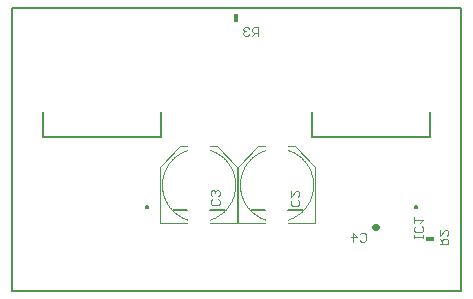
<source format=gbo>
G75*
%MOIN*%
%OFA0B0*%
%FSLAX25Y25*%
%IPPOS*%
%LPD*%
%AMOC8*
5,1,8,0,0,1.08239X$1,22.5*
%
%ADD10C,0.00500*%
%ADD11C,0.00787*%
%ADD12C,0.00400*%
%ADD13C,0.00300*%
%ADD14C,0.02200*%
%ADD15R,0.03000X0.01800*%
%ADD16R,0.01800X0.03000*%
D10*
X0005000Y0005000D02*
X0005000Y0099488D01*
X0154606Y0099488D01*
X0154606Y0005000D01*
X0005000Y0005000D01*
X0058543Y0032165D02*
X0063268Y0032165D01*
X0071142Y0032165D02*
X0075866Y0032165D01*
X0084528Y0032165D02*
X0089252Y0032165D01*
X0097126Y0032165D02*
X0101850Y0032165D01*
X0105000Y0056220D02*
X0105000Y0064669D01*
X0105000Y0056220D02*
X0144370Y0056220D01*
X0144370Y0064669D01*
X0054606Y0064669D02*
X0054606Y0056220D01*
X0015236Y0056220D01*
X0015236Y0064669D01*
D11*
X0049527Y0032953D02*
X0049529Y0032992D01*
X0049535Y0033031D01*
X0049545Y0033069D01*
X0049558Y0033106D01*
X0049575Y0033141D01*
X0049595Y0033175D01*
X0049619Y0033206D01*
X0049646Y0033235D01*
X0049675Y0033261D01*
X0049707Y0033284D01*
X0049741Y0033304D01*
X0049777Y0033320D01*
X0049814Y0033332D01*
X0049853Y0033341D01*
X0049892Y0033346D01*
X0049931Y0033347D01*
X0049970Y0033344D01*
X0050009Y0033337D01*
X0050046Y0033326D01*
X0050083Y0033312D01*
X0050118Y0033294D01*
X0050151Y0033273D01*
X0050182Y0033248D01*
X0050210Y0033221D01*
X0050235Y0033191D01*
X0050257Y0033158D01*
X0050276Y0033124D01*
X0050291Y0033088D01*
X0050303Y0033050D01*
X0050311Y0033012D01*
X0050315Y0032973D01*
X0050315Y0032933D01*
X0050311Y0032894D01*
X0050303Y0032856D01*
X0050291Y0032818D01*
X0050276Y0032782D01*
X0050257Y0032748D01*
X0050235Y0032715D01*
X0050210Y0032685D01*
X0050182Y0032658D01*
X0050151Y0032633D01*
X0050118Y0032612D01*
X0050083Y0032594D01*
X0050046Y0032580D01*
X0050009Y0032569D01*
X0049970Y0032562D01*
X0049931Y0032559D01*
X0049892Y0032560D01*
X0049853Y0032565D01*
X0049814Y0032574D01*
X0049777Y0032586D01*
X0049741Y0032602D01*
X0049707Y0032622D01*
X0049675Y0032645D01*
X0049646Y0032671D01*
X0049619Y0032700D01*
X0049595Y0032731D01*
X0049575Y0032765D01*
X0049558Y0032800D01*
X0049545Y0032837D01*
X0049535Y0032875D01*
X0049529Y0032914D01*
X0049527Y0032953D01*
X0139291Y0032953D02*
X0139293Y0032992D01*
X0139299Y0033031D01*
X0139309Y0033069D01*
X0139322Y0033106D01*
X0139339Y0033141D01*
X0139359Y0033175D01*
X0139383Y0033206D01*
X0139410Y0033235D01*
X0139439Y0033261D01*
X0139471Y0033284D01*
X0139505Y0033304D01*
X0139541Y0033320D01*
X0139578Y0033332D01*
X0139617Y0033341D01*
X0139656Y0033346D01*
X0139695Y0033347D01*
X0139734Y0033344D01*
X0139773Y0033337D01*
X0139810Y0033326D01*
X0139847Y0033312D01*
X0139882Y0033294D01*
X0139915Y0033273D01*
X0139946Y0033248D01*
X0139974Y0033221D01*
X0139999Y0033191D01*
X0140021Y0033158D01*
X0140040Y0033124D01*
X0140055Y0033088D01*
X0140067Y0033050D01*
X0140075Y0033012D01*
X0140079Y0032973D01*
X0140079Y0032933D01*
X0140075Y0032894D01*
X0140067Y0032856D01*
X0140055Y0032818D01*
X0140040Y0032782D01*
X0140021Y0032748D01*
X0139999Y0032715D01*
X0139974Y0032685D01*
X0139946Y0032658D01*
X0139915Y0032633D01*
X0139882Y0032612D01*
X0139847Y0032594D01*
X0139810Y0032580D01*
X0139773Y0032569D01*
X0139734Y0032562D01*
X0139695Y0032559D01*
X0139656Y0032560D01*
X0139617Y0032565D01*
X0139578Y0032574D01*
X0139541Y0032586D01*
X0139505Y0032602D01*
X0139471Y0032622D01*
X0139439Y0032645D01*
X0139410Y0032671D01*
X0139383Y0032700D01*
X0139359Y0032731D01*
X0139339Y0032765D01*
X0139322Y0032800D01*
X0139309Y0032837D01*
X0139299Y0032875D01*
X0139293Y0032914D01*
X0139291Y0032953D01*
D12*
X0105984Y0027638D02*
X0105984Y0046535D01*
X0099291Y0053228D01*
X0096929Y0053228D01*
X0089449Y0053228D02*
X0087087Y0053228D01*
X0080394Y0046535D01*
X0080394Y0027638D01*
X0089449Y0027638D01*
X0096929Y0027638D02*
X0105984Y0027638D01*
X0089449Y0028818D02*
X0089166Y0028913D01*
X0088885Y0029015D01*
X0088608Y0029124D01*
X0088332Y0029239D01*
X0088060Y0029361D01*
X0087791Y0029490D01*
X0087525Y0029625D01*
X0087263Y0029767D01*
X0087004Y0029915D01*
X0086748Y0030069D01*
X0086497Y0030230D01*
X0086249Y0030397D01*
X0086006Y0030569D01*
X0085767Y0030748D01*
X0085532Y0030932D01*
X0085302Y0031122D01*
X0085077Y0031318D01*
X0084857Y0031519D01*
X0084641Y0031725D01*
X0084431Y0031937D01*
X0084226Y0032153D01*
X0084026Y0032375D01*
X0083832Y0032602D01*
X0083643Y0032833D01*
X0083460Y0033068D01*
X0083283Y0033308D01*
X0083112Y0033553D01*
X0082947Y0033801D01*
X0082788Y0034054D01*
X0082635Y0034310D01*
X0082488Y0034570D01*
X0082348Y0034833D01*
X0082214Y0035100D01*
X0082087Y0035370D01*
X0081967Y0035643D01*
X0081853Y0035918D01*
X0081746Y0036197D01*
X0081646Y0036478D01*
X0081553Y0036761D01*
X0081466Y0037047D01*
X0081387Y0037335D01*
X0081315Y0037624D01*
X0081250Y0037915D01*
X0081192Y0038208D01*
X0081141Y0038502D01*
X0081097Y0038797D01*
X0081061Y0039093D01*
X0081032Y0039390D01*
X0081010Y0039688D01*
X0080995Y0039986D01*
X0080988Y0040284D01*
X0080988Y0040582D01*
X0080995Y0040880D01*
X0081010Y0041178D01*
X0081032Y0041476D01*
X0081061Y0041773D01*
X0081097Y0042069D01*
X0081141Y0042364D01*
X0081192Y0042658D01*
X0081250Y0042951D01*
X0081315Y0043242D01*
X0081387Y0043531D01*
X0081466Y0043819D01*
X0081553Y0044105D01*
X0081646Y0044388D01*
X0081746Y0044669D01*
X0081853Y0044948D01*
X0081967Y0045223D01*
X0082087Y0045496D01*
X0082214Y0045766D01*
X0082348Y0046033D01*
X0082488Y0046296D01*
X0082635Y0046556D01*
X0082788Y0046812D01*
X0082947Y0047065D01*
X0083112Y0047313D01*
X0083283Y0047558D01*
X0083460Y0047798D01*
X0083643Y0048033D01*
X0083832Y0048264D01*
X0084026Y0048491D01*
X0084226Y0048713D01*
X0084431Y0048929D01*
X0084641Y0049141D01*
X0084857Y0049347D01*
X0085077Y0049548D01*
X0085302Y0049744D01*
X0085532Y0049934D01*
X0085767Y0050118D01*
X0086006Y0050297D01*
X0086249Y0050469D01*
X0086497Y0050636D01*
X0086748Y0050797D01*
X0087004Y0050951D01*
X0087263Y0051099D01*
X0087525Y0051241D01*
X0087791Y0051376D01*
X0088060Y0051505D01*
X0088332Y0051627D01*
X0088608Y0051742D01*
X0088885Y0051851D01*
X0089166Y0051953D01*
X0089449Y0052048D01*
X0080000Y0046535D02*
X0073307Y0053228D01*
X0070945Y0053228D01*
X0063465Y0053228D02*
X0061102Y0053228D01*
X0054409Y0046535D01*
X0054409Y0027638D01*
X0063465Y0027638D01*
X0070945Y0027638D02*
X0080000Y0027638D01*
X0080000Y0046535D01*
X0063465Y0052048D02*
X0063182Y0051953D01*
X0062901Y0051851D01*
X0062624Y0051742D01*
X0062348Y0051627D01*
X0062076Y0051505D01*
X0061807Y0051376D01*
X0061541Y0051241D01*
X0061279Y0051099D01*
X0061020Y0050951D01*
X0060764Y0050797D01*
X0060513Y0050636D01*
X0060265Y0050469D01*
X0060022Y0050297D01*
X0059783Y0050118D01*
X0059548Y0049934D01*
X0059318Y0049744D01*
X0059093Y0049548D01*
X0058873Y0049347D01*
X0058657Y0049141D01*
X0058447Y0048929D01*
X0058242Y0048713D01*
X0058042Y0048491D01*
X0057848Y0048264D01*
X0057659Y0048033D01*
X0057476Y0047798D01*
X0057299Y0047558D01*
X0057128Y0047313D01*
X0056963Y0047065D01*
X0056804Y0046812D01*
X0056651Y0046556D01*
X0056504Y0046296D01*
X0056364Y0046033D01*
X0056230Y0045766D01*
X0056103Y0045496D01*
X0055983Y0045223D01*
X0055869Y0044948D01*
X0055762Y0044669D01*
X0055662Y0044388D01*
X0055569Y0044105D01*
X0055482Y0043819D01*
X0055403Y0043531D01*
X0055331Y0043242D01*
X0055266Y0042951D01*
X0055208Y0042658D01*
X0055157Y0042364D01*
X0055113Y0042069D01*
X0055077Y0041773D01*
X0055048Y0041476D01*
X0055026Y0041178D01*
X0055011Y0040880D01*
X0055004Y0040582D01*
X0055004Y0040284D01*
X0055011Y0039986D01*
X0055026Y0039688D01*
X0055048Y0039390D01*
X0055077Y0039093D01*
X0055113Y0038797D01*
X0055157Y0038502D01*
X0055208Y0038208D01*
X0055266Y0037915D01*
X0055331Y0037624D01*
X0055403Y0037335D01*
X0055482Y0037047D01*
X0055569Y0036761D01*
X0055662Y0036478D01*
X0055762Y0036197D01*
X0055869Y0035918D01*
X0055983Y0035643D01*
X0056103Y0035370D01*
X0056230Y0035100D01*
X0056364Y0034833D01*
X0056504Y0034570D01*
X0056651Y0034310D01*
X0056804Y0034054D01*
X0056963Y0033801D01*
X0057128Y0033553D01*
X0057299Y0033308D01*
X0057476Y0033068D01*
X0057659Y0032833D01*
X0057848Y0032602D01*
X0058042Y0032375D01*
X0058242Y0032153D01*
X0058447Y0031937D01*
X0058657Y0031725D01*
X0058873Y0031519D01*
X0059093Y0031318D01*
X0059318Y0031122D01*
X0059548Y0030932D01*
X0059783Y0030748D01*
X0060022Y0030569D01*
X0060265Y0030397D01*
X0060513Y0030230D01*
X0060764Y0030069D01*
X0061020Y0029915D01*
X0061279Y0029767D01*
X0061541Y0029625D01*
X0061807Y0029490D01*
X0062076Y0029361D01*
X0062348Y0029239D01*
X0062624Y0029124D01*
X0062901Y0029015D01*
X0063182Y0028913D01*
X0063465Y0028818D01*
X0070945Y0028818D02*
X0071228Y0028913D01*
X0071509Y0029015D01*
X0071786Y0029124D01*
X0072062Y0029239D01*
X0072334Y0029361D01*
X0072603Y0029490D01*
X0072869Y0029625D01*
X0073131Y0029767D01*
X0073390Y0029915D01*
X0073646Y0030069D01*
X0073897Y0030230D01*
X0074145Y0030397D01*
X0074388Y0030569D01*
X0074627Y0030748D01*
X0074862Y0030932D01*
X0075092Y0031122D01*
X0075317Y0031318D01*
X0075537Y0031519D01*
X0075753Y0031725D01*
X0075963Y0031937D01*
X0076168Y0032153D01*
X0076368Y0032375D01*
X0076562Y0032602D01*
X0076751Y0032833D01*
X0076934Y0033068D01*
X0077111Y0033308D01*
X0077282Y0033553D01*
X0077447Y0033801D01*
X0077606Y0034054D01*
X0077759Y0034310D01*
X0077906Y0034570D01*
X0078046Y0034833D01*
X0078180Y0035100D01*
X0078307Y0035370D01*
X0078427Y0035643D01*
X0078541Y0035918D01*
X0078648Y0036197D01*
X0078748Y0036478D01*
X0078841Y0036761D01*
X0078928Y0037047D01*
X0079007Y0037335D01*
X0079079Y0037624D01*
X0079144Y0037915D01*
X0079202Y0038208D01*
X0079253Y0038502D01*
X0079297Y0038797D01*
X0079333Y0039093D01*
X0079362Y0039390D01*
X0079384Y0039688D01*
X0079399Y0039986D01*
X0079406Y0040284D01*
X0079406Y0040582D01*
X0079399Y0040880D01*
X0079384Y0041178D01*
X0079362Y0041476D01*
X0079333Y0041773D01*
X0079297Y0042069D01*
X0079253Y0042364D01*
X0079202Y0042658D01*
X0079144Y0042951D01*
X0079079Y0043242D01*
X0079007Y0043531D01*
X0078928Y0043819D01*
X0078841Y0044105D01*
X0078748Y0044388D01*
X0078648Y0044669D01*
X0078541Y0044948D01*
X0078427Y0045223D01*
X0078307Y0045496D01*
X0078180Y0045766D01*
X0078046Y0046033D01*
X0077906Y0046296D01*
X0077759Y0046556D01*
X0077606Y0046812D01*
X0077447Y0047065D01*
X0077282Y0047313D01*
X0077111Y0047558D01*
X0076934Y0047798D01*
X0076751Y0048033D01*
X0076562Y0048264D01*
X0076368Y0048491D01*
X0076168Y0048713D01*
X0075963Y0048929D01*
X0075753Y0049141D01*
X0075537Y0049347D01*
X0075317Y0049548D01*
X0075092Y0049744D01*
X0074862Y0049934D01*
X0074627Y0050118D01*
X0074388Y0050297D01*
X0074145Y0050469D01*
X0073897Y0050636D01*
X0073646Y0050797D01*
X0073390Y0050951D01*
X0073131Y0051099D01*
X0072869Y0051241D01*
X0072603Y0051376D01*
X0072334Y0051505D01*
X0072062Y0051627D01*
X0071786Y0051742D01*
X0071509Y0051851D01*
X0071228Y0051953D01*
X0070945Y0052048D01*
X0096929Y0052048D02*
X0097212Y0051953D01*
X0097493Y0051851D01*
X0097770Y0051742D01*
X0098046Y0051627D01*
X0098318Y0051505D01*
X0098587Y0051376D01*
X0098853Y0051241D01*
X0099115Y0051099D01*
X0099374Y0050951D01*
X0099630Y0050797D01*
X0099881Y0050636D01*
X0100129Y0050469D01*
X0100372Y0050297D01*
X0100611Y0050118D01*
X0100846Y0049934D01*
X0101076Y0049744D01*
X0101301Y0049548D01*
X0101521Y0049347D01*
X0101737Y0049141D01*
X0101947Y0048929D01*
X0102152Y0048713D01*
X0102352Y0048491D01*
X0102546Y0048264D01*
X0102735Y0048033D01*
X0102918Y0047798D01*
X0103095Y0047558D01*
X0103266Y0047313D01*
X0103431Y0047065D01*
X0103590Y0046812D01*
X0103743Y0046556D01*
X0103890Y0046296D01*
X0104030Y0046033D01*
X0104164Y0045766D01*
X0104291Y0045496D01*
X0104411Y0045223D01*
X0104525Y0044948D01*
X0104632Y0044669D01*
X0104732Y0044388D01*
X0104825Y0044105D01*
X0104912Y0043819D01*
X0104991Y0043531D01*
X0105063Y0043242D01*
X0105128Y0042951D01*
X0105186Y0042658D01*
X0105237Y0042364D01*
X0105281Y0042069D01*
X0105317Y0041773D01*
X0105346Y0041476D01*
X0105368Y0041178D01*
X0105383Y0040880D01*
X0105390Y0040582D01*
X0105390Y0040284D01*
X0105383Y0039986D01*
X0105368Y0039688D01*
X0105346Y0039390D01*
X0105317Y0039093D01*
X0105281Y0038797D01*
X0105237Y0038502D01*
X0105186Y0038208D01*
X0105128Y0037915D01*
X0105063Y0037624D01*
X0104991Y0037335D01*
X0104912Y0037047D01*
X0104825Y0036761D01*
X0104732Y0036478D01*
X0104632Y0036197D01*
X0104525Y0035918D01*
X0104411Y0035643D01*
X0104291Y0035370D01*
X0104164Y0035100D01*
X0104030Y0034833D01*
X0103890Y0034570D01*
X0103743Y0034310D01*
X0103590Y0034054D01*
X0103431Y0033801D01*
X0103266Y0033553D01*
X0103095Y0033308D01*
X0102918Y0033068D01*
X0102735Y0032833D01*
X0102546Y0032602D01*
X0102352Y0032375D01*
X0102152Y0032153D01*
X0101947Y0031937D01*
X0101737Y0031725D01*
X0101521Y0031519D01*
X0101301Y0031318D01*
X0101076Y0031122D01*
X0100846Y0030932D01*
X0100611Y0030748D01*
X0100372Y0030569D01*
X0100129Y0030397D01*
X0099881Y0030230D01*
X0099630Y0030069D01*
X0099374Y0029915D01*
X0099115Y0029767D01*
X0098853Y0029625D01*
X0098587Y0029490D01*
X0098318Y0029361D01*
X0098046Y0029239D01*
X0097770Y0029124D01*
X0097493Y0029015D01*
X0097212Y0028913D01*
X0096929Y0028818D01*
D13*
X0098350Y0033496D02*
X0097867Y0033980D01*
X0097867Y0034948D01*
X0098350Y0035431D01*
X0097867Y0036443D02*
X0099802Y0038378D01*
X0100285Y0038378D01*
X0100769Y0037894D01*
X0100769Y0036927D01*
X0100285Y0036443D01*
X0100285Y0035431D02*
X0100769Y0034948D01*
X0100769Y0033980D01*
X0100285Y0033496D01*
X0098350Y0033496D01*
X0097867Y0036443D02*
X0097867Y0038378D01*
X0118519Y0024438D02*
X0119970Y0022987D01*
X0118035Y0022987D01*
X0118519Y0021536D02*
X0118519Y0024438D01*
X0120982Y0023955D02*
X0121466Y0024438D01*
X0122433Y0024438D01*
X0122917Y0023955D01*
X0122917Y0022020D01*
X0122433Y0021536D01*
X0121466Y0021536D01*
X0120982Y0022020D01*
X0139103Y0022713D02*
X0139103Y0023680D01*
X0139103Y0023197D02*
X0142005Y0023197D01*
X0142005Y0023680D02*
X0142005Y0022713D01*
X0141521Y0024677D02*
X0139586Y0024677D01*
X0139103Y0025161D01*
X0139103Y0026129D01*
X0139586Y0026612D01*
X0139103Y0027624D02*
X0139103Y0029559D01*
X0139103Y0028591D02*
X0142005Y0028591D01*
X0141038Y0027624D01*
X0141521Y0026612D02*
X0142005Y0026129D01*
X0142005Y0025161D01*
X0141521Y0024677D01*
X0147520Y0025429D02*
X0147520Y0023494D01*
X0149455Y0025429D01*
X0149939Y0025429D01*
X0150423Y0024945D01*
X0150423Y0023978D01*
X0149939Y0023494D01*
X0149939Y0022483D02*
X0148971Y0022483D01*
X0148488Y0021999D01*
X0148488Y0020548D01*
X0148488Y0021515D02*
X0147520Y0022483D01*
X0147520Y0020548D02*
X0150423Y0020548D01*
X0150423Y0021999D01*
X0149939Y0022483D01*
X0074194Y0034177D02*
X0073710Y0033693D01*
X0071775Y0033693D01*
X0071292Y0034177D01*
X0071292Y0035145D01*
X0071775Y0035628D01*
X0071775Y0036640D02*
X0071292Y0037124D01*
X0071292Y0038091D01*
X0071775Y0038575D01*
X0072259Y0038575D01*
X0072743Y0038091D01*
X0072743Y0037607D01*
X0072743Y0038091D02*
X0073227Y0038575D01*
X0073710Y0038575D01*
X0074194Y0038091D01*
X0074194Y0037124D01*
X0073710Y0036640D01*
X0073710Y0035628D02*
X0074194Y0035145D01*
X0074194Y0034177D01*
X0082570Y0090092D02*
X0083537Y0090092D01*
X0084021Y0090575D01*
X0085032Y0090092D02*
X0086000Y0091059D01*
X0085516Y0091059D02*
X0086967Y0091059D01*
X0086967Y0090092D02*
X0086967Y0092994D01*
X0085516Y0092994D01*
X0085032Y0092510D01*
X0085032Y0091543D01*
X0085516Y0091059D01*
X0084021Y0092510D02*
X0083537Y0092994D01*
X0082570Y0092994D01*
X0082086Y0092510D01*
X0082086Y0092027D01*
X0082570Y0091543D01*
X0082086Y0091059D01*
X0082086Y0090575D01*
X0082570Y0090092D01*
X0082570Y0091543D02*
X0083053Y0091543D01*
D14*
X0126140Y0026457D02*
X0126380Y0026457D01*
D15*
X0144370Y0022323D03*
D16*
X0079803Y0096142D03*
M02*

</source>
